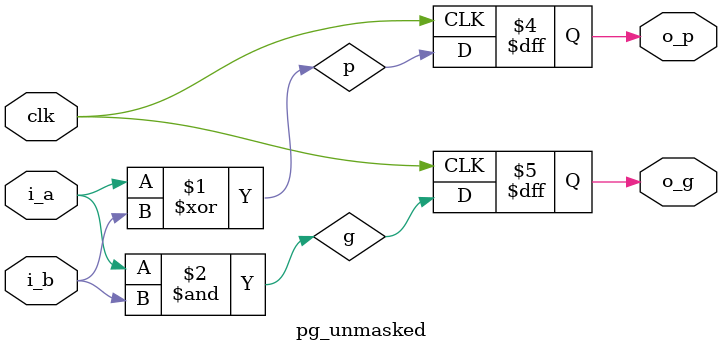
<source format=v>
module pg_unmasked (
  input  wire clk,

  input  wire i_a,
  input  wire i_b,

  output reg  o_p,
  output reg  o_g
);

  // Combinational logic
  wire p = i_a ^ i_b;
  wire g = i_a & i_b;

  // Same pipeline stage as masked version
  always @(posedge clk) begin
    o_p <= p;
    o_g <= g;
  end

endmodule

</source>
